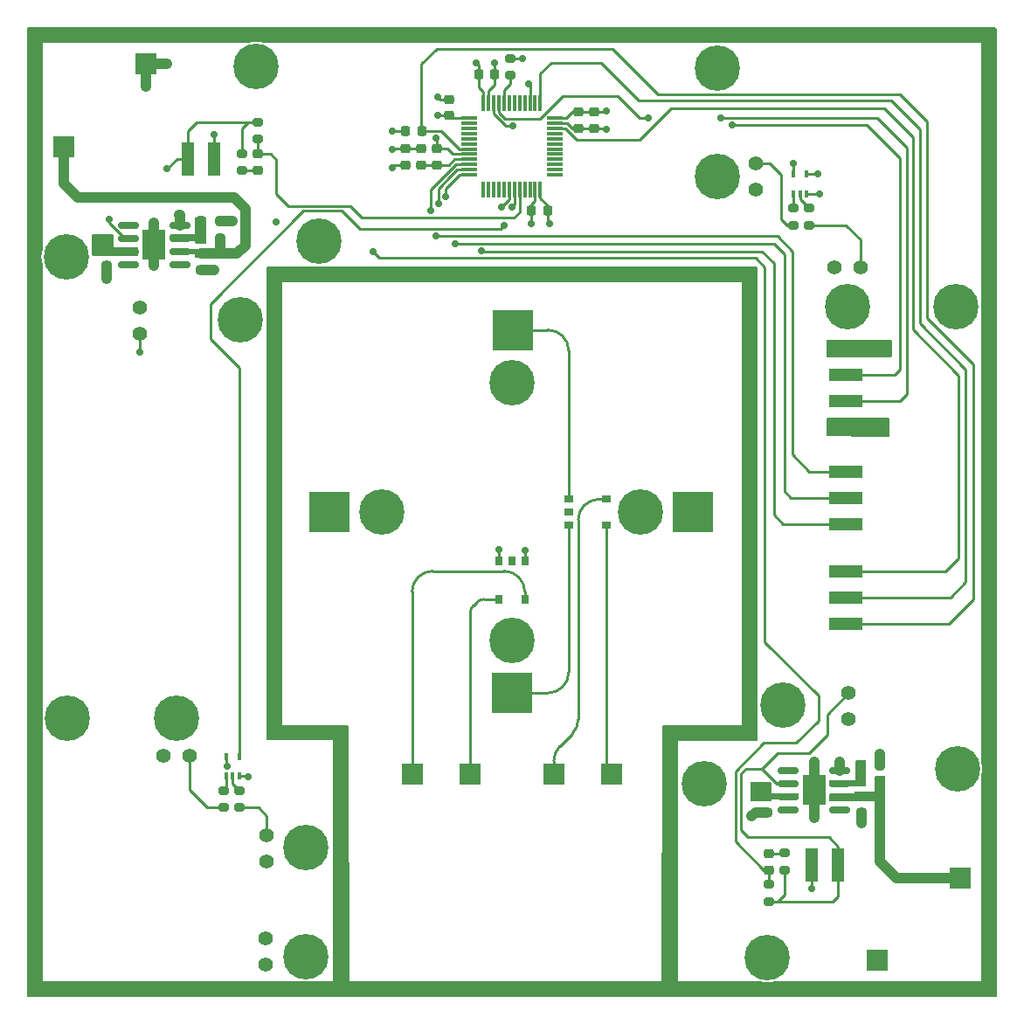
<source format=gtl>
%TF.GenerationSoftware,KiCad,Pcbnew,(6.0.7-1)-1*%
%TF.CreationDate,2023-05-01T11:39:35-04:00*%
%TF.ProjectId,antenna-db,616e7465-6e6e-4612-9d64-622e6b696361,rev?*%
%TF.SameCoordinates,Original*%
%TF.FileFunction,Copper,L1,Top*%
%TF.FilePolarity,Positive*%
%FSLAX46Y46*%
G04 Gerber Fmt 4.6, Leading zero omitted, Abs format (unit mm)*
G04 Created by KiCad (PCBNEW (6.0.7-1)-1) date 2023-05-01 11:39:35*
%MOMM*%
%LPD*%
G01*
G04 APERTURE LIST*
G04 Aperture macros list*
%AMRoundRect*
0 Rectangle with rounded corners*
0 $1 Rounding radius*
0 $2 $3 $4 $5 $6 $7 $8 $9 X,Y pos of 4 corners*
0 Add a 4 corners polygon primitive as box body*
4,1,4,$2,$3,$4,$5,$6,$7,$8,$9,$2,$3,0*
0 Add four circle primitives for the rounded corners*
1,1,$1+$1,$2,$3*
1,1,$1+$1,$4,$5*
1,1,$1+$1,$6,$7*
1,1,$1+$1,$8,$9*
0 Add four rect primitives between the rounded corners*
20,1,$1+$1,$2,$3,$4,$5,0*
20,1,$1+$1,$4,$5,$6,$7,0*
20,1,$1+$1,$6,$7,$8,$9,0*
20,1,$1+$1,$8,$9,$2,$3,0*%
G04 Aperture macros list end*
%TA.AperFunction,SMDPad,CuDef*%
%ADD10RoundRect,0.033000X-0.117000X0.747000X-0.117000X-0.747000X0.117000X-0.747000X0.117000X0.747000X0*%
%TD*%
%TA.AperFunction,SMDPad,CuDef*%
%ADD11RoundRect,0.033000X0.747000X0.117000X-0.747000X0.117000X-0.747000X-0.117000X0.747000X-0.117000X0*%
%TD*%
%TA.AperFunction,SMDPad,CuDef*%
%ADD12RoundRect,0.033000X0.117000X-0.747000X0.117000X0.747000X-0.117000X0.747000X-0.117000X-0.747000X0*%
%TD*%
%TA.AperFunction,SMDPad,CuDef*%
%ADD13RoundRect,0.033000X-0.747000X-0.117000X0.747000X-0.117000X0.747000X0.117000X-0.747000X0.117000X0*%
%TD*%
%TA.AperFunction,SMDPad,CuDef*%
%ADD14R,3.180000X1.270000*%
%TD*%
%TA.AperFunction,ComponentPad*%
%ADD15R,2.000000X2.000000*%
%TD*%
%TA.AperFunction,SMDPad,CuDef*%
%ADD16R,1.270000X3.180000*%
%TD*%
%TA.AperFunction,SMDPad,CuDef*%
%ADD17RoundRect,0.225000X0.250000X-0.225000X0.250000X0.225000X-0.250000X0.225000X-0.250000X-0.225000X0*%
%TD*%
%TA.AperFunction,SMDPad,CuDef*%
%ADD18RoundRect,0.225000X0.225000X0.250000X-0.225000X0.250000X-0.225000X-0.250000X0.225000X-0.250000X0*%
%TD*%
%TA.AperFunction,SMDPad,CuDef*%
%ADD19RoundRect,0.225000X-0.225000X-0.250000X0.225000X-0.250000X0.225000X0.250000X-0.225000X0.250000X0*%
%TD*%
%TA.AperFunction,ComponentPad*%
%ADD20C,1.400000*%
%TD*%
%TA.AperFunction,SMDPad,CuDef*%
%ADD21RoundRect,0.218750X0.256250X-0.218750X0.256250X0.218750X-0.256250X0.218750X-0.256250X-0.218750X0*%
%TD*%
%TA.AperFunction,SMDPad,CuDef*%
%ADD22RoundRect,0.200000X0.275000X-0.200000X0.275000X0.200000X-0.275000X0.200000X-0.275000X-0.200000X0*%
%TD*%
%TA.AperFunction,SMDPad,CuDef*%
%ADD23RoundRect,0.225000X-0.250000X0.225000X-0.250000X-0.225000X0.250000X-0.225000X0.250000X0.225000X0*%
%TD*%
%TA.AperFunction,SMDPad,CuDef*%
%ADD24R,0.889000X0.711200*%
%TD*%
%TA.AperFunction,ConnectorPad*%
%ADD25C,4.400000*%
%TD*%
%TA.AperFunction,ComponentPad*%
%ADD26C,2.600000*%
%TD*%
%TA.AperFunction,SMDPad,CuDef*%
%ADD27RoundRect,0.218750X-0.256250X0.218750X-0.256250X-0.218750X0.256250X-0.218750X0.256250X0.218750X0*%
%TD*%
%TA.AperFunction,ComponentPad*%
%ADD28R,4.000000X4.000000*%
%TD*%
%TA.AperFunction,SMDPad,CuDef*%
%ADD29R,0.711200X0.889000*%
%TD*%
%TA.AperFunction,SMDPad,CuDef*%
%ADD30RoundRect,0.150000X-0.825000X-0.150000X0.825000X-0.150000X0.825000X0.150000X-0.825000X0.150000X0*%
%TD*%
%TA.AperFunction,SMDPad,CuDef*%
%ADD31R,2.290000X3.000000*%
%TD*%
%TA.AperFunction,SMDPad,CuDef*%
%ADD32R,0.400000X0.650000*%
%TD*%
%TA.AperFunction,SMDPad,CuDef*%
%ADD33RoundRect,0.237500X0.250000X0.237500X-0.250000X0.237500X-0.250000X-0.237500X0.250000X-0.237500X0*%
%TD*%
%TA.AperFunction,SMDPad,CuDef*%
%ADD34RoundRect,0.200000X-0.275000X0.200000X-0.275000X-0.200000X0.275000X-0.200000X0.275000X0.200000X0*%
%TD*%
%TA.AperFunction,SMDPad,CuDef*%
%ADD35RoundRect,0.237500X-0.250000X-0.237500X0.250000X-0.237500X0.250000X0.237500X-0.250000X0.237500X0*%
%TD*%
%TA.AperFunction,ViaPad*%
%ADD36C,0.700000*%
%TD*%
%TA.AperFunction,Conductor*%
%ADD37C,0.254000*%
%TD*%
%TA.AperFunction,Conductor*%
%ADD38C,0.293370*%
%TD*%
%TA.AperFunction,Conductor*%
%ADD39C,1.016000*%
%TD*%
%TA.AperFunction,Conductor*%
%ADD40C,0.508000*%
%TD*%
G04 APERTURE END LIST*
D10*
X154095000Y-55764000D03*
X154595000Y-55764000D03*
X155095000Y-55764000D03*
X155595000Y-55764000D03*
X156095000Y-55764000D03*
X156595000Y-55764000D03*
X157095000Y-55764000D03*
X157595000Y-55764000D03*
X158095000Y-55764000D03*
X158595000Y-55764000D03*
X159095000Y-55764000D03*
X159595000Y-55764000D03*
D11*
X161025000Y-57194000D03*
X161025000Y-57694000D03*
X161025000Y-58194000D03*
X161025000Y-58694000D03*
X161025000Y-59194000D03*
X161025000Y-59694000D03*
X161025000Y-60194000D03*
X161025000Y-60694000D03*
X161025000Y-61194000D03*
X161025000Y-61694000D03*
X161025000Y-62194000D03*
X161025000Y-62694000D03*
D12*
X159595000Y-64124000D03*
X159095000Y-64124000D03*
X158595000Y-64124000D03*
X158095000Y-64124000D03*
X157595000Y-64124000D03*
X157095000Y-64124000D03*
X156595000Y-64124000D03*
X156095000Y-64124000D03*
X155595000Y-64124000D03*
X155095000Y-64124000D03*
X154595000Y-64124000D03*
X154095000Y-64124000D03*
D13*
X152665000Y-62694000D03*
X152665000Y-62194000D03*
X152665000Y-61694000D03*
X152665000Y-61194000D03*
X152665000Y-60694000D03*
X152665000Y-60194000D03*
X152665000Y-59694000D03*
X152665000Y-59194000D03*
X152665000Y-58694000D03*
X152665000Y-58194000D03*
X152665000Y-57694000D03*
X152665000Y-57194000D03*
D14*
X189157000Y-96520000D03*
X189157000Y-93980000D03*
X189157000Y-91440000D03*
D15*
X160909000Y-120777000D03*
X166497000Y-120777000D03*
X147167600Y-120751600D03*
X152806400Y-120751600D03*
D16*
X188468000Y-129594000D03*
X185928000Y-129594000D03*
X125476000Y-61153000D03*
X128016000Y-61153000D03*
D14*
X189157000Y-79502000D03*
X189157000Y-82042000D03*
X189157000Y-84582000D03*
X189157000Y-87122000D03*
X189157000Y-101092000D03*
X189157000Y-103632000D03*
X189157000Y-106172000D03*
D17*
X150774400Y-56959800D03*
X150774400Y-55409800D03*
D18*
X160287000Y-66167000D03*
X158737000Y-66167000D03*
D19*
X153644000Y-52972000D03*
X155194000Y-52972000D03*
D20*
X133096000Y-129266000D03*
X133096000Y-126726000D03*
X123083000Y-118999000D03*
X125623000Y-118999000D03*
X188107000Y-71628000D03*
X190647000Y-71628000D03*
X180467000Y-64115000D03*
X180467000Y-61575000D03*
D21*
X148082000Y-61734500D03*
X148082000Y-60159500D03*
D20*
X132969000Y-136672000D03*
X132969000Y-139212000D03*
D22*
X130429000Y-124015000D03*
X130429000Y-122365000D03*
X128905000Y-124015000D03*
X128905000Y-122365000D03*
X185648600Y-67563000D03*
X185648600Y-65913000D03*
X184124600Y-67563000D03*
X184124600Y-65913000D03*
D23*
X146558000Y-60172000D03*
X146558000Y-61722000D03*
D17*
X149606000Y-61722000D03*
X149606000Y-60172000D03*
D15*
X200279000Y-130810000D03*
X192278000Y-138811000D03*
X113411000Y-59944000D03*
X121412000Y-51943000D03*
D20*
X189484000Y-115463000D03*
X189484000Y-112923000D03*
X120777000Y-75585000D03*
X120777000Y-78125000D03*
D23*
X163322000Y-56629000D03*
X163322000Y-58179000D03*
X164846000Y-56629000D03*
X164846000Y-58179000D03*
D24*
X166027100Y-96672400D03*
X166027100Y-94132400D03*
X162344100Y-94132400D03*
X162344100Y-95402400D03*
X162344100Y-96672400D03*
D25*
X189357000Y-75438000D03*
D26*
X189357000Y-75438000D03*
D22*
X156705000Y-53035000D03*
X156705000Y-51385000D03*
D27*
X181737000Y-128467000D03*
X181737000Y-130042000D03*
D25*
X124333000Y-115316000D03*
D26*
X124333000Y-115316000D03*
D17*
X117602000Y-69964000D03*
X117602000Y-71514000D03*
X126746000Y-70345000D03*
X126746000Y-71895000D03*
D28*
X174371000Y-95377000D03*
D25*
X136906000Y-138430000D03*
D26*
X136906000Y-138430000D03*
D25*
X138176000Y-69088000D03*
D26*
X138176000Y-69088000D03*
D29*
X155549600Y-100139500D03*
X156819600Y-100139500D03*
X158089600Y-100139500D03*
X158089600Y-103822500D03*
X155549600Y-103822500D03*
D25*
X113792000Y-115316000D03*
D26*
X113792000Y-115316000D03*
X200025000Y-120269000D03*
D25*
X200025000Y-120269000D03*
D30*
X119699000Y-67564000D03*
X119699000Y-68834000D03*
X119699000Y-70104000D03*
X119699000Y-71374000D03*
X124649000Y-71374000D03*
X124649000Y-70104000D03*
X124649000Y-68834000D03*
X124649000Y-67564000D03*
D31*
X122174000Y-69469000D03*
D26*
X144272000Y-95377000D03*
D25*
X144272000Y-95377000D03*
D28*
X156972000Y-77724000D03*
D32*
X184109600Y-64513000D03*
X184759600Y-64513000D03*
X185409600Y-64513000D03*
X185409600Y-62613000D03*
X184109600Y-62613000D03*
D28*
X156845000Y-112903000D03*
D17*
X190689000Y-124485000D03*
X190689000Y-122935000D03*
D25*
X183134000Y-114046000D03*
D26*
X183134000Y-114046000D03*
D25*
X176784000Y-52324000D03*
D26*
X176784000Y-52324000D03*
D28*
X139192000Y-95377000D03*
D33*
X192490500Y-121424000D03*
X190665500Y-121424000D03*
D26*
X175514000Y-121666000D03*
D25*
X175514000Y-121666000D03*
D34*
X181737000Y-133127500D03*
X181737000Y-131477500D03*
D25*
X199898000Y-75438000D03*
D26*
X199898000Y-75438000D03*
D25*
X132080000Y-52197000D03*
D26*
X132080000Y-52197000D03*
D18*
X148095000Y-58420000D03*
X146545000Y-58420000D03*
D25*
X156845000Y-82804000D03*
D26*
X156845000Y-82804000D03*
D21*
X132207000Y-62255500D03*
X132207000Y-60680500D03*
D30*
X183642000Y-120408000D03*
X183642000Y-121678000D03*
X183642000Y-122948000D03*
X183642000Y-124218000D03*
X188592000Y-124218000D03*
X188592000Y-122948000D03*
X188592000Y-121678000D03*
X188592000Y-120408000D03*
D31*
X186117000Y-122313000D03*
D35*
X128547500Y-67183000D03*
X126722500Y-67183000D03*
D25*
X130556000Y-76708000D03*
D26*
X130556000Y-76708000D03*
D34*
X183261000Y-128429500D03*
X183261000Y-130079500D03*
D25*
X169291000Y-95377000D03*
D26*
X169291000Y-95377000D03*
D25*
X176784000Y-62865000D03*
D26*
X176784000Y-62865000D03*
D25*
X156845000Y-107823000D03*
D26*
X156845000Y-107823000D03*
D17*
X181545000Y-124485000D03*
X181545000Y-122935000D03*
D22*
X130683000Y-62293000D03*
X130683000Y-60643000D03*
D33*
X126722500Y-68834000D03*
X128547500Y-68834000D03*
D25*
X181610000Y-138557000D03*
D26*
X181610000Y-138557000D03*
D32*
X129144000Y-120965000D03*
X129794000Y-120965000D03*
X130444000Y-120965000D03*
X130444000Y-119065000D03*
X129144000Y-119065000D03*
D25*
X136906000Y-127889000D03*
D26*
X136906000Y-127889000D03*
X113665000Y-70612000D03*
D25*
X113665000Y-70612000D03*
D22*
X132207000Y-59245000D03*
X132207000Y-57595000D03*
D35*
X190665500Y-119900000D03*
X192490500Y-119900000D03*
D36*
X176326800Y-116840000D03*
X137160000Y-116636800D03*
X140360400Y-116636800D03*
X172161200Y-133299200D03*
X172161200Y-125069600D03*
X172161200Y-120954800D03*
X172161200Y-129184400D03*
X172161200Y-137414000D03*
X172161200Y-116840000D03*
X179730400Y-116840000D03*
X179781200Y-108204000D03*
X179781200Y-104089200D03*
X179781200Y-112318800D03*
X179781200Y-99974400D03*
X179781200Y-91744800D03*
X179781200Y-83515200D03*
X179781200Y-79400400D03*
X179781200Y-87630000D03*
X179781200Y-99974400D03*
X179781200Y-95859600D03*
X179781200Y-75285600D03*
X175107600Y-72491600D03*
X166878000Y-72491600D03*
X162763200Y-72491600D03*
X170992800Y-72491600D03*
X179222400Y-72491600D03*
X150418800Y-72491600D03*
X142189200Y-72491600D03*
X138074400Y-72491600D03*
X146304000Y-72491600D03*
X158648400Y-72491600D03*
X154533600Y-72491600D03*
X133959600Y-72491600D03*
X133959600Y-75488800D03*
X133959600Y-83718400D03*
X133959600Y-87833200D03*
X133959600Y-79603600D03*
X133959600Y-67259200D03*
X133959600Y-100177600D03*
X133959600Y-108407200D03*
X133959600Y-112522000D03*
X133959600Y-104292400D03*
X133959600Y-91948000D03*
X133959600Y-96062800D03*
X133959600Y-116636800D03*
X140360400Y-123647200D03*
X140360400Y-131876800D03*
X140360400Y-135991600D03*
X140360400Y-127762000D03*
X140360400Y-119532400D03*
X140360400Y-140106400D03*
X149504400Y-59096500D03*
X149453600Y-68630800D03*
X148996400Y-66192400D03*
X151337442Y-69337758D03*
X149707600Y-65481200D03*
X199034400Y-49428400D03*
X174294800Y-49428400D03*
X186690000Y-49428400D03*
X182524400Y-49428400D03*
X194919600Y-49428400D03*
X178409600Y-49428400D03*
X190804800Y-49428400D03*
X166065200Y-49428400D03*
X161899600Y-49428400D03*
X157784800Y-49428400D03*
X170180000Y-49428400D03*
X145440400Y-49428400D03*
X141274800Y-49428400D03*
X153670000Y-49428400D03*
X137160000Y-49428400D03*
X149555200Y-49428400D03*
X124815600Y-49428400D03*
X120650000Y-49428400D03*
X133045200Y-49428400D03*
X116535200Y-49428400D03*
X128930400Y-49428400D03*
X112420400Y-49428400D03*
X202793600Y-50596800D03*
X202793600Y-62941200D03*
X202793600Y-67106800D03*
X202793600Y-54711600D03*
X202793600Y-71221600D03*
X202793600Y-58826400D03*
X202793600Y-83566000D03*
X202793600Y-87731600D03*
X202793600Y-75336400D03*
X202793600Y-91846400D03*
X202793600Y-79451200D03*
X202793600Y-104241600D03*
X202793600Y-108407200D03*
X202793600Y-96012000D03*
X202793600Y-112522000D03*
X202793600Y-100126800D03*
X202793600Y-116636800D03*
X202793600Y-124866400D03*
X202793600Y-120751600D03*
X202793600Y-129032000D03*
X202793600Y-137261600D03*
X202793600Y-133146800D03*
X202641200Y-141376400D03*
X194411600Y-141376400D03*
X198526400Y-141376400D03*
X190296800Y-141376400D03*
X182067200Y-141376400D03*
X186182000Y-141376400D03*
X177952400Y-141376400D03*
X169722800Y-141376400D03*
X173837600Y-141376400D03*
X165608000Y-141376400D03*
X157378400Y-141376400D03*
X161493200Y-141376400D03*
X158089600Y-99060000D03*
X155549600Y-99009200D03*
X178206400Y-57826500D03*
X177088800Y-57150000D03*
X170027600Y-57150000D03*
X153263600Y-141376400D03*
X149148800Y-141376400D03*
X145034000Y-141376400D03*
X140919200Y-141376400D03*
X136804400Y-141376400D03*
X132689600Y-141376400D03*
X128574800Y-141376400D03*
X124460000Y-141376400D03*
X120345200Y-141376400D03*
X192989200Y-87680800D03*
X192430400Y-86614000D03*
X191820800Y-87680800D03*
X191312800Y-86614000D03*
X193243200Y-79908400D03*
X192633600Y-79095600D03*
X191922400Y-79908400D03*
X191363600Y-79095600D03*
X150418800Y-64820800D03*
X153924000Y-70087900D03*
X156921200Y-57928100D03*
X143357600Y-70154800D03*
X158496000Y-53848000D03*
X190703200Y-125526800D03*
X192481200Y-118821200D03*
X186131200Y-125018800D03*
X186131200Y-119583200D03*
X188569600Y-119583200D03*
X181559200Y-121869200D03*
X180340000Y-121970800D03*
X180340000Y-122986800D03*
X180086000Y-124866400D03*
X117856000Y-67005200D03*
X117602000Y-68834000D03*
X116484400Y-70104000D03*
X116484400Y-68834000D03*
X185928000Y-131826000D03*
X186474100Y-62623700D03*
X184086500Y-61556900D03*
X186626500Y-64554100D03*
X153416000Y-51816000D03*
X155194000Y-51816000D03*
X157861000Y-51435000D03*
X149631400Y-55168800D03*
X149631400Y-56946800D03*
X145288000Y-60198000D03*
X145288000Y-58420000D03*
X145288000Y-61976000D03*
X165989000Y-56515000D03*
X165989000Y-58293000D03*
X160528000Y-67437000D03*
X158750000Y-67437000D03*
X156083000Y-67605500D03*
X156845000Y-65786000D03*
X155829000Y-65786000D03*
X128016000Y-58801000D03*
X116230400Y-141376400D03*
X112141000Y-141376400D03*
X110896400Y-136398000D03*
X110896400Y-132334000D03*
X110896400Y-128270000D03*
X110896400Y-124206000D03*
X110896400Y-120142000D03*
X110896400Y-112014000D03*
X110896400Y-107950000D03*
X110896400Y-103886000D03*
X110896400Y-99822000D03*
X110896400Y-95758000D03*
X110896400Y-91694000D03*
X110896400Y-87630000D03*
X110896400Y-83566000D03*
X110896400Y-79502000D03*
X110896400Y-75438000D03*
X110896400Y-67310000D03*
X110896400Y-63246000D03*
X110896400Y-57861200D03*
X110896400Y-51003200D03*
X110896400Y-55067200D03*
X123444000Y-62103000D03*
X123444000Y-51943000D03*
X121412000Y-54102000D03*
X122174000Y-71501000D03*
X122174000Y-67310000D03*
X124587000Y-66548000D03*
X129794000Y-67183000D03*
X128016000Y-71882000D03*
X117602000Y-72771000D03*
X120777000Y-79883000D03*
X129286000Y-120015000D03*
X131318000Y-121031000D03*
D37*
X199186800Y-106172000D02*
X201523600Y-103835200D01*
X201523600Y-103835200D02*
X201523600Y-81076800D01*
X148349000Y-58420000D02*
X150012400Y-58420000D01*
X166624000Y-50495200D02*
X149555200Y-50495200D01*
X201523600Y-81076800D02*
X197053200Y-76606400D01*
X170992800Y-54864000D02*
X166624000Y-50495200D01*
X197053200Y-76606400D02*
X197053200Y-57505600D01*
X189157000Y-106172000D02*
X199186800Y-106172000D01*
X194411600Y-54864000D02*
X170992800Y-54864000D01*
X149555200Y-50495200D02*
X148082000Y-51968400D01*
X197053200Y-57505600D02*
X194411600Y-54864000D01*
X151786400Y-60194000D02*
X152665000Y-60194000D01*
X148082000Y-51968400D02*
X148082000Y-58661000D01*
X148082000Y-58661000D02*
X148095000Y-58674000D01*
X148095000Y-58674000D02*
X148349000Y-58420000D01*
X150012400Y-58420000D02*
X151786400Y-60194000D01*
X146545000Y-58420000D02*
X145288000Y-58420000D01*
X149606000Y-59198100D02*
X149504400Y-59096500D01*
X149606000Y-60172000D02*
X149606000Y-59198100D01*
X150596000Y-60172000D02*
X149606000Y-60172000D01*
X189157000Y-91440000D02*
X185674000Y-91440000D01*
X184048400Y-70104000D02*
X182575200Y-68630800D01*
X182575200Y-68630800D02*
X149453600Y-68630800D01*
X185674000Y-91440000D02*
X184048400Y-89814400D01*
X184048400Y-89814400D02*
X184048400Y-70104000D01*
X150418800Y-64058800D02*
X151783600Y-62694000D01*
X151783600Y-62694000D02*
X152665000Y-62694000D01*
X150418800Y-64820800D02*
X150418800Y-64058800D01*
X150794152Y-62960952D02*
X150006752Y-63748352D01*
X149707600Y-64047504D02*
X149707600Y-65481200D01*
X150006752Y-63748352D02*
X149707600Y-64047504D01*
X152665000Y-62194000D02*
X151561104Y-62194000D01*
X151561104Y-62194000D02*
X150794152Y-62960952D01*
X127635000Y-75184000D02*
X127635000Y-78613000D01*
X130444000Y-81422000D02*
X130444000Y-119065000D01*
X136652000Y-66167000D02*
X127635000Y-75184000D01*
X142113000Y-67945000D02*
X140335000Y-66167000D01*
X127635000Y-78613000D02*
X130444000Y-81422000D01*
X155743500Y-67945000D02*
X142113000Y-67945000D01*
X156083000Y-67605500D02*
X155743500Y-67945000D01*
X140335000Y-66167000D02*
X136652000Y-66167000D01*
X157095000Y-64124000D02*
X157095000Y-65536000D01*
X157095000Y-65536000D02*
X156845000Y-65786000D01*
X151419052Y-61694000D02*
X149761926Y-63351126D01*
X152665000Y-61694000D02*
X151419052Y-61694000D01*
X149761926Y-63351126D02*
X148996400Y-64116652D01*
X148996400Y-64116652D02*
X148996400Y-66192400D01*
X132207000Y-60680500D02*
X133451500Y-60680500D01*
X133451500Y-60680500D02*
X133985000Y-61214000D01*
X133985000Y-61214000D02*
X133985000Y-64516000D01*
X133985000Y-64516000D02*
X135182000Y-65713000D01*
X135182000Y-65713000D02*
X141151000Y-65713000D01*
X141151000Y-65713000D02*
X142307400Y-66869400D01*
X142307400Y-66869400D02*
X157031600Y-66869400D01*
X157595000Y-66306000D02*
X157595000Y-64124000D01*
X157031600Y-66869400D02*
X157595000Y-66306000D01*
X151337442Y-69337758D02*
X151392484Y-69392800D01*
X182270400Y-69392800D02*
X183235600Y-70358000D01*
X183235600Y-70358000D02*
X183235600Y-93370400D01*
X151392484Y-69392800D02*
X182270400Y-69392800D01*
X183235600Y-93370400D02*
X183845200Y-93980000D01*
X183845200Y-93980000D02*
X189157000Y-93980000D01*
X153924000Y-70087900D02*
X153940100Y-70104000D01*
X181102000Y-70104000D02*
X182270400Y-71272400D01*
X182270400Y-71272400D02*
X182270400Y-95656400D01*
X153940100Y-70104000D02*
X181102000Y-70104000D01*
X182270400Y-95656400D02*
X183134000Y-96520000D01*
X183134000Y-96520000D02*
X189157000Y-96520000D01*
X181356000Y-71678800D02*
X181356000Y-107950000D01*
X178511200Y-127304800D02*
X181248400Y-130042000D01*
X184353200Y-117754400D02*
X181254400Y-117754400D01*
X178511200Y-120497600D02*
X178511200Y-127304800D01*
X186537600Y-115570000D02*
X184353200Y-117754400D01*
X143357600Y-70154800D02*
X143967200Y-70764400D01*
X143967200Y-70764400D02*
X180441600Y-70764400D01*
X180441600Y-70764400D02*
X181356000Y-71678800D01*
X181356000Y-107950000D02*
X186537600Y-113131600D01*
X186537600Y-113131600D02*
X186537600Y-115570000D01*
X181254400Y-117754400D02*
X178511200Y-120497600D01*
X181248400Y-130042000D02*
X181737000Y-130042000D01*
D38*
X158089600Y-100139500D02*
X158089600Y-99060000D01*
X155549600Y-100139500D02*
X155549600Y-99009200D01*
X162344100Y-110903000D02*
G75*
G02*
X160344100Y-112903000I-2000000J0D01*
G01*
X162344100Y-96672400D02*
X162344100Y-110903000D01*
X160344100Y-112903000D02*
X156845000Y-112903000D01*
X160344100Y-77724000D02*
G75*
G02*
X162344100Y-79724000I0J-2000000D01*
G01*
X162344100Y-94132400D02*
X162344100Y-79724000D01*
X160344100Y-77724000D02*
X156972000Y-77724000D01*
X153099286Y-104456700D02*
G75*
G03*
X152806400Y-105163814I707114J-707100D01*
G01*
X153440600Y-104115386D02*
G75*
G02*
X154147714Y-103822500I707100J-707114D01*
G01*
X155549600Y-103822500D02*
X154147714Y-103822500D01*
X152806400Y-105163814D02*
X152806400Y-120751600D01*
X153440607Y-104115393D02*
X153099293Y-104456707D01*
X158089600Y-103092000D02*
G75*
G03*
X156089600Y-101092000I-2000000J0D01*
G01*
X147167600Y-103092000D02*
G75*
G02*
X149167600Y-101092000I2000000J0D01*
G01*
X156089600Y-101092000D02*
X149167600Y-101092000D01*
X147167600Y-103092000D02*
X147167600Y-120751600D01*
X158089600Y-103822500D02*
X158089600Y-103092000D01*
X166027100Y-96672400D02*
X166027100Y-120307100D01*
X166027100Y-120307100D02*
X166497000Y-120777000D01*
X166027100Y-94132400D02*
X165271200Y-94132400D01*
X160909020Y-119471827D02*
G75*
G02*
X161494787Y-118057615I1999980J27D01*
G01*
X163271200Y-96132400D02*
X163271200Y-115452773D01*
X162685427Y-116867001D02*
G75*
G03*
X163271200Y-115452773I-1414227J1414201D01*
G01*
X163271200Y-96132400D02*
G75*
G02*
X165271200Y-94132400I2000000J0D01*
G01*
X160909000Y-119471827D02*
X160909000Y-120777000D01*
X162685413Y-116866987D02*
X161494786Y-118057614D01*
D37*
X184124600Y-67563000D02*
X183488600Y-67563000D01*
X183488600Y-67563000D02*
X182968900Y-67043300D01*
X182968900Y-67043300D02*
X182968900Y-62674500D01*
X182968900Y-62674500D02*
X181864000Y-61569600D01*
X181864000Y-61569600D02*
X181366800Y-61569600D01*
X181366800Y-61569600D02*
X181361400Y-61575000D01*
X181361400Y-61575000D02*
X180467000Y-61575000D01*
X185648600Y-67563000D02*
X189229000Y-67563000D01*
X189229000Y-67563000D02*
X190647000Y-68981000D01*
X190647000Y-68981000D02*
X190647000Y-71628000D01*
X155595000Y-55764000D02*
X155595000Y-56636600D01*
X155595000Y-56636600D02*
X156210000Y-57251600D01*
X156210000Y-57251600D02*
X159594283Y-57251600D01*
X159594283Y-57251600D02*
X161778683Y-55067200D01*
X161778683Y-55067200D02*
X167132000Y-55067200D01*
X167132000Y-55067200D02*
X169214800Y-57150000D01*
X169214800Y-57150000D02*
X170027600Y-57150000D01*
X178206400Y-57826500D02*
X191227300Y-57826500D01*
X191227300Y-57826500D02*
X194462400Y-61061600D01*
X194462400Y-61061600D02*
X194462400Y-81534000D01*
X194462400Y-81534000D02*
X193954400Y-82042000D01*
X193954400Y-82042000D02*
X189157000Y-82042000D01*
X177088800Y-57150000D02*
X192227200Y-57150000D01*
X192227200Y-57150000D02*
X195122800Y-60045600D01*
X195122800Y-60045600D02*
X195122800Y-83921600D01*
X195122800Y-83921600D02*
X194462400Y-84582000D01*
X194462400Y-84582000D02*
X189157000Y-84582000D01*
X189157000Y-101092000D02*
X198882000Y-101092000D01*
X198882000Y-101092000D02*
X200152000Y-99822000D01*
X163118800Y-59283600D02*
X162029200Y-58194000D01*
X162029200Y-58194000D02*
X161025000Y-58194000D01*
X200152000Y-99822000D02*
X200152000Y-82143600D01*
X200152000Y-82143600D02*
X195681600Y-77673200D01*
X195681600Y-77673200D02*
X195681600Y-59029600D01*
X169214800Y-59283600D02*
X163118800Y-59283600D01*
X195681600Y-59029600D02*
X192887600Y-56235600D01*
X192887600Y-56235600D02*
X172262800Y-56235600D01*
X172262800Y-56235600D02*
X169214800Y-59283600D01*
X200812400Y-81534000D02*
X196392800Y-77114400D01*
X199339200Y-103632000D02*
X200812400Y-102158800D01*
X189157000Y-103632000D02*
X199339200Y-103632000D01*
X165455600Y-51816000D02*
X160629600Y-51816000D01*
X160629600Y-51816000D02*
X159595000Y-52850600D01*
X200812400Y-102158800D02*
X200812400Y-81534000D01*
X196392800Y-77114400D02*
X196392800Y-58267600D01*
X196392800Y-58267600D02*
X193598800Y-55473600D01*
X169113200Y-55473600D02*
X165455600Y-51816000D01*
X193598800Y-55473600D02*
X169113200Y-55473600D01*
X159595000Y-52850600D02*
X159595000Y-55764000D01*
X155095000Y-56778652D02*
X156244448Y-57928100D01*
X156244448Y-57928100D02*
X156921200Y-57928100D01*
X155095000Y-55764000D02*
X155095000Y-56778652D01*
X158595000Y-53947000D02*
X158595000Y-55764000D01*
X158496000Y-53848000D02*
X158595000Y-53947000D01*
X189484000Y-112923000D02*
X187401200Y-115005800D01*
X187401200Y-115005800D02*
X187401200Y-116941600D01*
X187401200Y-116941600D02*
X185623200Y-118719600D01*
X185623200Y-118719600D02*
X182626000Y-118719600D01*
X182626000Y-118719600D02*
X181102000Y-120243600D01*
X181102000Y-120243600D02*
X179527200Y-120243600D01*
X179527200Y-120243600D02*
X179070000Y-120700800D01*
X179730400Y-126847600D02*
X187553600Y-126847600D01*
X187553600Y-126847600D02*
X188468000Y-127762000D01*
X179070000Y-120700800D02*
X179070000Y-126187200D01*
X179070000Y-126187200D02*
X179730400Y-126847600D01*
X188468000Y-127762000D02*
X188468000Y-129594000D01*
D39*
X200279000Y-130810000D02*
X194106800Y-130810000D01*
X194106800Y-130810000D02*
X192490500Y-129193700D01*
X192490500Y-129193700D02*
X192490500Y-121424000D01*
X190689000Y-125512600D02*
X190703200Y-125526800D01*
X190689000Y-124485000D02*
X190689000Y-125512600D01*
X192490500Y-118830500D02*
X192481200Y-118821200D01*
X192490500Y-119900000D02*
X192490500Y-118830500D01*
X186117000Y-125004600D02*
X186131200Y-125018800D01*
X186117000Y-122313000D02*
X186117000Y-125004600D01*
X186117000Y-119597400D02*
X186131200Y-119583200D01*
X186117000Y-122313000D02*
X186117000Y-119597400D01*
X188592000Y-119605600D02*
X188569600Y-119583200D01*
X188592000Y-120408000D02*
X188592000Y-119605600D01*
X180086000Y-124866400D02*
X180467400Y-124485000D01*
X180467400Y-124485000D02*
X181545000Y-124485000D01*
D37*
X183642000Y-121678000D02*
X182536400Y-121678000D01*
X182536400Y-121678000D02*
X181102000Y-120243600D01*
X119319420Y-68834000D02*
X117856000Y-67370580D01*
X119699000Y-68834000D02*
X119319420Y-68834000D01*
X117856000Y-67370580D02*
X117856000Y-67005200D01*
X185928000Y-129594000D02*
X185928000Y-131826000D01*
X185409600Y-62613000D02*
X186463400Y-62613000D01*
X186463400Y-62613000D02*
X186474100Y-62623700D01*
X184109600Y-61580000D02*
X184086500Y-61556900D01*
X184109600Y-62613000D02*
X184109600Y-61580000D01*
X186585400Y-64513000D02*
X186626500Y-64554100D01*
X185409600Y-64513000D02*
X186585400Y-64513000D01*
X165989000Y-56515000D02*
X165875000Y-56629000D01*
X165875000Y-56629000D02*
X164846000Y-56629000D01*
X165989000Y-58293000D02*
X165875000Y-58179000D01*
X165875000Y-58179000D02*
X164846000Y-58179000D01*
X160287000Y-67196000D02*
X160287000Y-66167000D01*
X160528000Y-67437000D02*
X160287000Y-67196000D01*
X145288000Y-61976000D02*
X145542000Y-61722000D01*
X145542000Y-61722000D02*
X146558000Y-61722000D01*
X149631400Y-55168800D02*
X149872400Y-55409800D01*
X149872400Y-55409800D02*
X150774400Y-55409800D01*
X153416000Y-51816000D02*
X153644000Y-52044000D01*
X153644000Y-52044000D02*
X153644000Y-52972000D01*
X155194000Y-52972000D02*
X155194000Y-51816000D01*
X157811000Y-51385000D02*
X157861000Y-51435000D01*
X156705000Y-51385000D02*
X157811000Y-51385000D01*
X156095000Y-55764000D02*
X156095000Y-54471000D01*
X156095000Y-54471000D02*
X156705000Y-53861000D01*
X156705000Y-53861000D02*
X156705000Y-53035000D01*
X155194000Y-52972000D02*
X155194000Y-53962000D01*
X155194000Y-53962000D02*
X154595000Y-54561000D01*
X154595000Y-54561000D02*
X154595000Y-55764000D01*
X153644000Y-52972000D02*
X153644000Y-54203000D01*
X153644000Y-54203000D02*
X154051000Y-54610000D01*
X154051000Y-54610000D02*
X154051000Y-55720000D01*
X154051000Y-55720000D02*
X154095000Y-55764000D01*
X149644400Y-56959800D02*
X149631400Y-56946800D01*
X150774400Y-56959800D02*
X149644400Y-56959800D01*
X150774400Y-56959800D02*
X150932400Y-57117800D01*
X151034000Y-57194000D02*
X152665000Y-57194000D01*
X145314000Y-60172000D02*
X145288000Y-60198000D01*
X146558000Y-60172000D02*
X145314000Y-60172000D01*
X152665000Y-61194000D02*
X151277000Y-61194000D01*
X151277000Y-61194000D02*
X150749000Y-61722000D01*
X150749000Y-61722000D02*
X149606000Y-61722000D01*
X150596000Y-60172000D02*
X151118000Y-60694000D01*
X151118000Y-60694000D02*
X152665000Y-60694000D01*
X148082000Y-60159500D02*
X146570500Y-60159500D01*
X146570500Y-60159500D02*
X146558000Y-60172000D01*
X149606000Y-61722000D02*
X148094500Y-61722000D01*
X148094500Y-61722000D02*
X148082000Y-61734500D01*
X163322000Y-58179000D02*
X164846000Y-58179000D01*
X163322000Y-56629000D02*
X164846000Y-56629000D01*
X161025000Y-57694000D02*
X162215000Y-57694000D01*
X162215000Y-57694000D02*
X162700000Y-58179000D01*
X162700000Y-58179000D02*
X163322000Y-58179000D01*
X161025000Y-57194000D02*
X162135000Y-57194000D01*
X162135000Y-57194000D02*
X162700000Y-56629000D01*
X162700000Y-56629000D02*
X163322000Y-56629000D01*
X158737000Y-67424000D02*
X158750000Y-67437000D01*
X158737000Y-66167000D02*
X158737000Y-67424000D01*
X156595000Y-64124000D02*
X156595000Y-65020000D01*
X156595000Y-65020000D02*
X155829000Y-65786000D01*
X159595000Y-64124000D02*
X159595000Y-64980000D01*
X159595000Y-64980000D02*
X160287000Y-65672000D01*
X160287000Y-65672000D02*
X160287000Y-66167000D01*
X159095000Y-64124000D02*
X159095000Y-65187000D01*
X159095000Y-65187000D02*
X158737000Y-65545000D01*
X158737000Y-65545000D02*
X158737000Y-66167000D01*
X132207000Y-57595000D02*
X126301000Y-57595000D01*
X126301000Y-57595000D02*
X125476000Y-58420000D01*
X125476000Y-58420000D02*
X125476000Y-61153000D01*
X128016000Y-61153000D02*
X128016000Y-58801000D01*
X124394000Y-61153000D02*
X123444000Y-62103000D01*
X125476000Y-61153000D02*
X124394000Y-61153000D01*
D39*
X121412000Y-51943000D02*
X123444000Y-51943000D01*
X121412000Y-51943000D02*
X121412000Y-54102000D01*
X130188000Y-70345000D02*
X128638000Y-70345000D01*
X128547500Y-70254500D02*
X128638000Y-70345000D01*
X128638000Y-70345000D02*
X126746000Y-70345000D01*
X128547500Y-68834000D02*
X128547500Y-70254500D01*
X113411000Y-59944000D02*
X113411000Y-63500000D01*
X129921000Y-64897000D02*
X131010000Y-65986000D01*
X113411000Y-63500000D02*
X114808000Y-64897000D01*
X131010000Y-65986000D02*
X131010000Y-69523000D01*
X114808000Y-64897000D02*
X129921000Y-64897000D01*
X131010000Y-69523000D02*
X130188000Y-70345000D01*
D37*
X130683000Y-60643000D02*
X130683000Y-58166000D01*
X130683000Y-58166000D02*
X131254000Y-57595000D01*
X131254000Y-57595000D02*
X132207000Y-57595000D01*
X132207000Y-62255500D02*
X130720500Y-62255500D01*
X130720500Y-62255500D02*
X130683000Y-62293000D01*
X132207000Y-59245000D02*
X132207000Y-60680500D01*
D39*
X122174000Y-69469000D02*
X122174000Y-71501000D01*
X122174000Y-69469000D02*
X122174000Y-67310000D01*
X124649000Y-66610000D02*
X124587000Y-66548000D01*
X124649000Y-67564000D02*
X124649000Y-66610000D01*
X128547500Y-67183000D02*
X129794000Y-67183000D01*
X128003000Y-71895000D02*
X128016000Y-71882000D01*
X126746000Y-71895000D02*
X128003000Y-71895000D01*
X117602000Y-71514000D02*
X117602000Y-72771000D01*
D37*
X120777000Y-78125000D02*
X120777000Y-79883000D01*
X129144000Y-119873000D02*
X129286000Y-120015000D01*
X129144000Y-119065000D02*
X129144000Y-119873000D01*
X128905000Y-124015000D02*
X127317000Y-124015000D01*
X127317000Y-124015000D02*
X125623000Y-122321000D01*
X125623000Y-122321000D02*
X125623000Y-118999000D01*
X132270000Y-124015000D02*
X133096000Y-124841000D01*
X130429000Y-124015000D02*
X132270000Y-124015000D01*
X133096000Y-124841000D02*
X133096000Y-126726000D01*
X129144000Y-120965000D02*
X129144000Y-122126000D01*
X129144000Y-122126000D02*
X128905000Y-122365000D01*
X129794000Y-120965000D02*
X129794000Y-121730000D01*
X129794000Y-121730000D02*
X130429000Y-122365000D01*
X131252000Y-120965000D02*
X131318000Y-121031000D01*
X130444000Y-120965000D02*
X131252000Y-120965000D01*
X183261000Y-130079500D02*
X183261000Y-132461000D01*
X183261000Y-132461000D02*
X182594500Y-133127500D01*
X182594500Y-133127500D02*
X181737000Y-133127500D01*
X188468000Y-129594000D02*
X188468000Y-132588000D01*
X188468000Y-132588000D02*
X187928500Y-133127500D01*
X187928500Y-133127500D02*
X181737000Y-133127500D01*
X184109600Y-64513000D02*
X184109600Y-65898000D01*
X184109600Y-65898000D02*
X184124600Y-65913000D01*
X184759600Y-64513000D02*
X184759600Y-65024000D01*
X184759600Y-65024000D02*
X185648600Y-65913000D01*
X181737000Y-130042000D02*
X181737000Y-131477500D01*
X181737000Y-128467000D02*
X183223500Y-128467000D01*
X183223500Y-128467000D02*
X183261000Y-128429500D01*
D40*
X183629000Y-122935000D02*
X183642000Y-122948000D01*
%TA.AperFunction,Conductor*%
G36*
X118179121Y-68473002D02*
G01*
X118225614Y-68526658D01*
X118237000Y-68579000D01*
X118237000Y-69723000D01*
X120524000Y-69723000D01*
X120592121Y-69743002D01*
X120638614Y-69796658D01*
X120650000Y-69849000D01*
X120650000Y-70409800D01*
X120629998Y-70477921D01*
X120576342Y-70524414D01*
X120524000Y-70535800D01*
X116254800Y-70535800D01*
X116186679Y-70515798D01*
X116140186Y-70462142D01*
X116128800Y-70409800D01*
X116128800Y-68579000D01*
X116148802Y-68510879D01*
X116202458Y-68464386D01*
X116254800Y-68453000D01*
X118111000Y-68453000D01*
X118179121Y-68473002D01*
G37*
%TD.AperFunction*%
%TA.AperFunction,Conductor*%
G36*
X127196121Y-66822002D02*
G01*
X127242614Y-66875658D01*
X127254000Y-66928000D01*
X127254000Y-69216000D01*
X127233998Y-69284121D01*
X127180342Y-69330614D01*
X127128000Y-69342000D01*
X126237000Y-69342000D01*
X126168879Y-69321998D01*
X126122386Y-69268342D01*
X126111000Y-69216000D01*
X126111000Y-69088000D01*
X123824000Y-69088000D01*
X123755879Y-69067998D01*
X123709386Y-69014342D01*
X123698000Y-68962000D01*
X123698000Y-68579000D01*
X123718002Y-68510879D01*
X123771658Y-68464386D01*
X123824000Y-68453000D01*
X126111000Y-68453000D01*
X126111000Y-66928000D01*
X126131002Y-66859879D01*
X126184658Y-66813386D01*
X126237000Y-66802000D01*
X127128000Y-66802000D01*
X127196121Y-66822002D01*
G37*
%TD.AperFunction*%
%TA.AperFunction,Conductor*%
G36*
X127323121Y-69870002D02*
G01*
X127369614Y-69923658D01*
X127381000Y-69976000D01*
X127381000Y-70613000D01*
X127360998Y-70681121D01*
X127307342Y-70727614D01*
X127255000Y-70739000D01*
X126237000Y-70739000D01*
X126168879Y-70718998D01*
X126122386Y-70665342D01*
X126111000Y-70613000D01*
X126111000Y-70358000D01*
X123824000Y-70358000D01*
X123755879Y-70337998D01*
X123709386Y-70284342D01*
X123698000Y-70232000D01*
X123698000Y-69976000D01*
X123718002Y-69907879D01*
X123771658Y-69861386D01*
X123824000Y-69850000D01*
X127255000Y-69850000D01*
X127323121Y-69870002D01*
G37*
%TD.AperFunction*%
%TA.AperFunction,Conductor*%
G36*
X181924776Y-121533602D02*
G01*
X181945750Y-121550505D01*
X181979495Y-121584250D01*
X182013521Y-121646562D01*
X182016400Y-121673345D01*
X182016400Y-122631200D01*
X184532000Y-122631200D01*
X184600121Y-122651202D01*
X184646614Y-122704858D01*
X184658000Y-122757200D01*
X184658000Y-123114800D01*
X184637998Y-123182921D01*
X184584342Y-123229414D01*
X184532000Y-123240800D01*
X182016400Y-123240800D01*
X182016400Y-123267200D01*
X181996398Y-123335321D01*
X181942742Y-123381814D01*
X181890400Y-123393200D01*
X180059600Y-123393200D01*
X179991479Y-123373198D01*
X179944986Y-123319542D01*
X179933600Y-123267200D01*
X179933600Y-121639600D01*
X179953602Y-121571479D01*
X180007258Y-121524986D01*
X180059600Y-121513600D01*
X181856655Y-121513600D01*
X181924776Y-121533602D01*
G37*
%TD.AperFunction*%
%TA.AperFunction,Conductor*%
G36*
X191127921Y-119450802D02*
G01*
X191174414Y-119504458D01*
X191185800Y-119556800D01*
X191185800Y-121844800D01*
X191165798Y-121912921D01*
X191112142Y-121959414D01*
X191059800Y-121970800D01*
X187705000Y-121970800D01*
X187636879Y-121950798D01*
X187590386Y-121897142D01*
X187579000Y-121844800D01*
X187579000Y-121461800D01*
X187599002Y-121393679D01*
X187652658Y-121347186D01*
X187705000Y-121335800D01*
X190144400Y-121335800D01*
X190144400Y-119556800D01*
X190164402Y-119488679D01*
X190218058Y-119442186D01*
X190270400Y-119430800D01*
X191059800Y-119430800D01*
X191127921Y-119450802D01*
G37*
%TD.AperFunction*%
%TA.AperFunction,Conductor*%
G36*
X192931321Y-120924002D02*
G01*
X192977814Y-120977658D01*
X192989200Y-121030000D01*
X192989200Y-123267200D01*
X192969198Y-123335321D01*
X192915542Y-123381814D01*
X192863200Y-123393200D01*
X187730400Y-123393200D01*
X187662279Y-123373198D01*
X187615786Y-123319542D01*
X187604400Y-123267200D01*
X187604400Y-122757200D01*
X187624402Y-122689079D01*
X187678058Y-122642586D01*
X187730400Y-122631200D01*
X190042800Y-122631200D01*
X190042800Y-122554000D01*
X190062802Y-122485879D01*
X190116458Y-122439386D01*
X190168800Y-122428000D01*
X192024000Y-122428000D01*
X192024000Y-121030000D01*
X192044002Y-120961879D01*
X192097658Y-120915386D01*
X192150000Y-120904000D01*
X192863200Y-120904000D01*
X192931321Y-120924002D01*
G37*
%TD.AperFunction*%
%TA.AperFunction,Conductor*%
G36*
X193591721Y-78709202D02*
G01*
X193638214Y-78762858D01*
X193649600Y-78815200D01*
X193649600Y-80239600D01*
X193629598Y-80307721D01*
X193575942Y-80354214D01*
X193523600Y-80365600D01*
X187425600Y-80365600D01*
X187357479Y-80345598D01*
X187310986Y-80291942D01*
X187299600Y-80239600D01*
X187299600Y-78815200D01*
X187319602Y-78747079D01*
X187373258Y-78700586D01*
X187425600Y-78689200D01*
X193523600Y-78689200D01*
X193591721Y-78709202D01*
G37*
%TD.AperFunction*%
%TA.AperFunction,Conductor*%
G36*
X193388521Y-86278402D02*
G01*
X193435014Y-86332058D01*
X193446400Y-86384400D01*
X193446400Y-87960154D01*
X193426398Y-88028275D01*
X193372742Y-88074768D01*
X193319359Y-88086150D01*
X192085564Y-88075953D01*
X187424558Y-88037433D01*
X187356606Y-88016868D01*
X187310558Y-87962830D01*
X187299600Y-87911437D01*
X187299600Y-86384400D01*
X187319602Y-86316279D01*
X187373258Y-86269786D01*
X187425600Y-86258400D01*
X193320400Y-86258400D01*
X193388521Y-86278402D01*
G37*
%TD.AperFunction*%
%TA.AperFunction,Conductor*%
G36*
X180975141Y-140872358D02*
G01*
X181159302Y-140919642D01*
X181458973Y-140957500D01*
X181761027Y-140957500D01*
X182060698Y-140919642D01*
X182244859Y-140872358D01*
X182276193Y-140868400D01*
X203834000Y-140868400D01*
X203834000Y-142240000D01*
X203813998Y-142308121D01*
X203760342Y-142354614D01*
X203708000Y-142366000D01*
X109982000Y-142366000D01*
X109913879Y-142345998D01*
X109867386Y-142292342D01*
X109856000Y-142240000D01*
X109856000Y-140868400D01*
X180943807Y-140868400D01*
X180975141Y-140872358D01*
G37*
%TD.AperFunction*%
%TA.AperFunction,Conductor*%
G36*
X180586921Y-71597202D02*
G01*
X180633414Y-71650858D01*
X180644800Y-71703200D01*
X180644800Y-117425200D01*
X180624798Y-117493321D01*
X180571142Y-117539814D01*
X180518800Y-117551200D01*
X172923200Y-117551200D01*
X172923200Y-140868400D01*
X171348400Y-140868400D01*
X171348400Y-140817600D01*
X171398942Y-116152941D01*
X171419084Y-116084862D01*
X171472835Y-116038479D01*
X171524942Y-116027200D01*
X179120800Y-116027200D01*
X179120800Y-73101200D01*
X134569200Y-73101200D01*
X134569200Y-116027200D01*
X140895057Y-116027200D01*
X140963178Y-116047202D01*
X141009671Y-116100858D01*
X141021057Y-116152942D01*
X141023944Y-117564748D01*
X141071600Y-140868400D01*
X139496800Y-140868400D01*
X139496800Y-117500400D01*
X133171200Y-117500400D01*
X133103079Y-117480398D01*
X133056586Y-117426742D01*
X133045200Y-117374400D01*
X133045200Y-71703200D01*
X133065202Y-71635079D01*
X133118858Y-71588586D01*
X133171200Y-71577200D01*
X180518800Y-71577200D01*
X180586921Y-71597202D01*
G37*
%TD.AperFunction*%
%TA.AperFunction,Conductor*%
G36*
X203683737Y-48412332D02*
G01*
X203751847Y-48432371D01*
X203798311Y-48486052D01*
X203809669Y-48538263D01*
X203834000Y-92820331D01*
X203834000Y-140868400D01*
X202336400Y-140868400D01*
X202336400Y-120943379D01*
X202342567Y-120904443D01*
X202344577Y-120898258D01*
X202354681Y-120867160D01*
X202411280Y-120570457D01*
X202430246Y-120269000D01*
X202411280Y-119967543D01*
X202354681Y-119670840D01*
X202342567Y-119633557D01*
X202336400Y-119594621D01*
X202336400Y-49885600D01*
X132746193Y-49885600D01*
X132714859Y-49881642D01*
X132530698Y-49834358D01*
X132231027Y-49796500D01*
X131928973Y-49796500D01*
X131629302Y-49834358D01*
X131445141Y-49881642D01*
X131413807Y-49885600D01*
X111353600Y-49885600D01*
X111353600Y-69937621D01*
X111347433Y-69976557D01*
X111335319Y-70013840D01*
X111278720Y-70310543D01*
X111259754Y-70612000D01*
X111278720Y-70913457D01*
X111335319Y-71210160D01*
X111336546Y-71213936D01*
X111347433Y-71247443D01*
X111353600Y-71286379D01*
X111353600Y-140868400D01*
X109856000Y-140868400D01*
X109856000Y-48514000D01*
X109876002Y-48445879D01*
X109929658Y-48399386D01*
X109982000Y-48388000D01*
X158669600Y-48388000D01*
X203683737Y-48412332D01*
G37*
%TD.AperFunction*%
M02*

</source>
